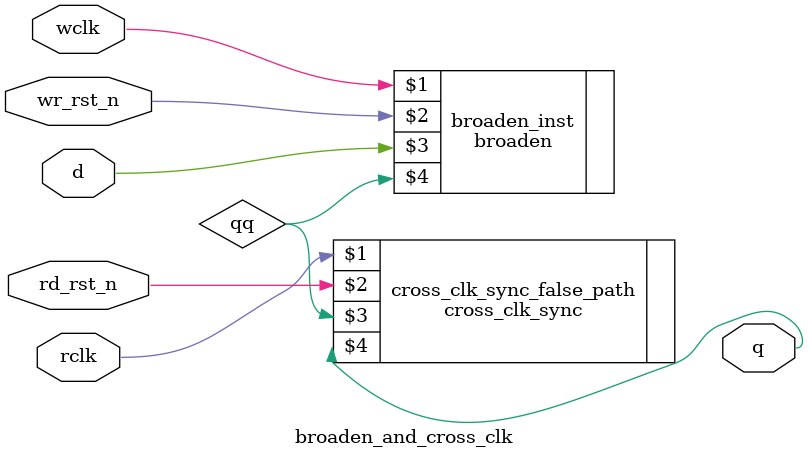
<source format=v>
/**********************************************
______________                ______________
______________ \  /\  /|\  /| ______________
______________  \/  \/ | \/ | ______________
descript:
author : Young
Version:
creaded: 2015/5/14 14:52:00
madified:
***********************************************/
`timescale 1ns/1ps
module broaden_and_cross_clk #(
    parameter        PHASE    = "POSITIVE",  //POSITIVE NEGATIVE
    parameter        LEN        = 4,
    parameter        LAT        = 2
)(
    input            rclk,
    input            rd_rst_n,
    input            wclk,
    input            wr_rst_n,
    input            d,
    output           q
);

wire        qq;

broaden #(
    .PHASE            (PHASE),
    .LEN            (LEN)            //delay = LEN + 1
)broaden_inst(
    wclk,
    wr_rst_n,
    d,
    qq
);

cross_clk_sync #(
    .DSIZE        (1),
    .LAT        (LAT)
)cross_clk_sync_false_path(
    rclk,
    rd_rst_n,
    qq,
    q
);

endmodule

</source>
